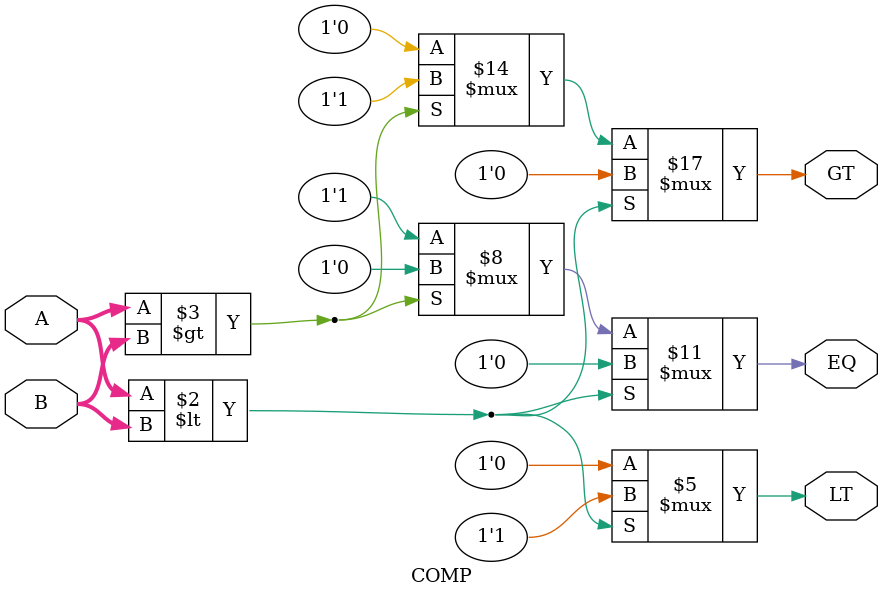
<source format=v>
`timescale 1ns / 1ps


module COMP #(parameter WIDTH = 8)(A,B,GT,LT,EQ);
    input [WIDTH-1:0] A,B;
    output reg GT,LT,EQ;
    
    always @(A,B)
    begin 
        GT <= 0; EQ <= 0; LT <= 0;// set it all to zero 
        if (A < B)
            LT <= 1;
        else if (A > B)
            GT <= 1;
        else 
            EQ <= 1;
    end
endmodule

</source>
